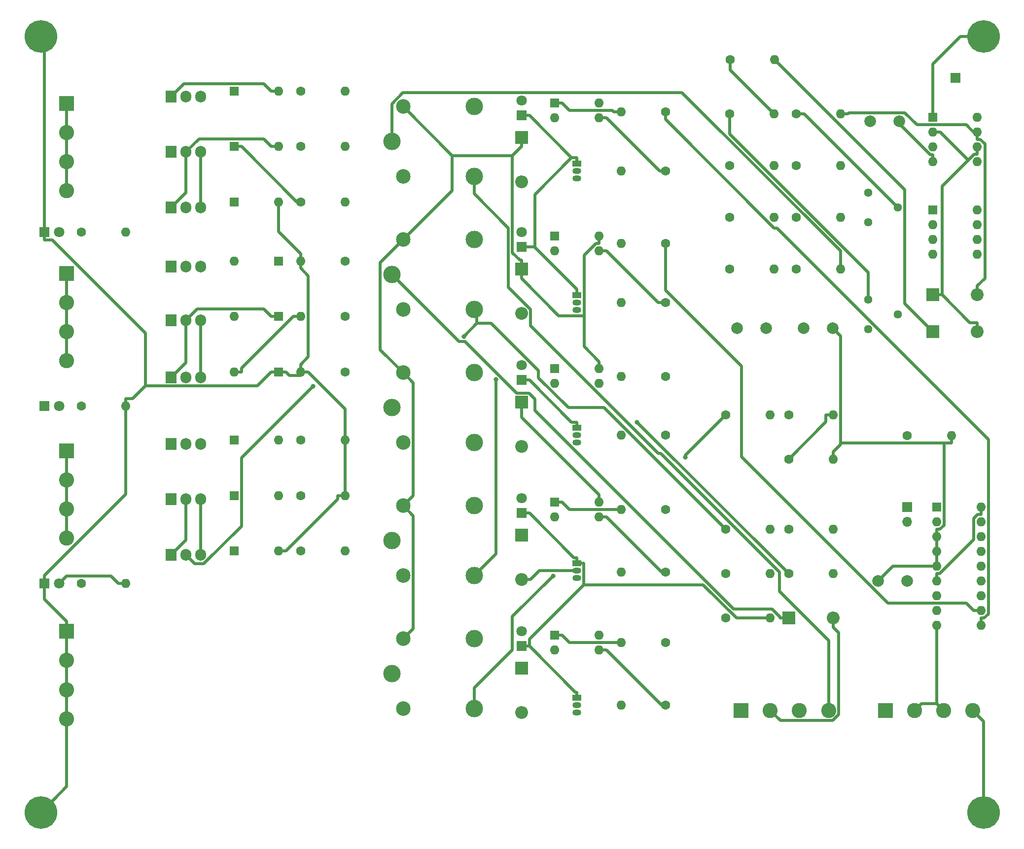
<source format=gbr>
%TF.GenerationSoftware,KiCad,Pcbnew,7.0.6*%
%TF.CreationDate,2024-10-30T10:36:51-05:00*%
%TF.ProjectId,AcCCS,41634343-532e-46b6-9963-61645f706362,rev?*%
%TF.SameCoordinates,Original*%
%TF.FileFunction,Copper,L2,Bot*%
%TF.FilePolarity,Positive*%
%FSLAX46Y46*%
G04 Gerber Fmt 4.6, Leading zero omitted, Abs format (unit mm)*
G04 Created by KiCad (PCBNEW 7.0.6) date 2024-10-30 10:36:51*
%MOMM*%
%LPD*%
G01*
G04 APERTURE LIST*
%TA.AperFunction,ComponentPad*%
%ADD10C,3.000000*%
%TD*%
%TA.AperFunction,ComponentPad*%
%ADD11C,2.500000*%
%TD*%
%TA.AperFunction,ComponentPad*%
%ADD12C,1.600000*%
%TD*%
%TA.AperFunction,ComponentPad*%
%ADD13O,1.600000X1.600000*%
%TD*%
%TA.AperFunction,ComponentPad*%
%ADD14R,1.800000X1.800000*%
%TD*%
%TA.AperFunction,ComponentPad*%
%ADD15C,1.800000*%
%TD*%
%TA.AperFunction,ComponentPad*%
%ADD16C,5.600000*%
%TD*%
%TA.AperFunction,ComponentPad*%
%ADD17C,2.000000*%
%TD*%
%TA.AperFunction,ComponentPad*%
%ADD18R,1.600000X1.600000*%
%TD*%
%TA.AperFunction,ComponentPad*%
%ADD19R,2.600000X2.600000*%
%TD*%
%TA.AperFunction,ComponentPad*%
%ADD20C,2.600000*%
%TD*%
%TA.AperFunction,ComponentPad*%
%ADD21R,1.905000X2.000000*%
%TD*%
%TA.AperFunction,ComponentPad*%
%ADD22O,1.905000X2.000000*%
%TD*%
%TA.AperFunction,ComponentPad*%
%ADD23R,1.700000X1.700000*%
%TD*%
%TA.AperFunction,ComponentPad*%
%ADD24O,1.700000X1.700000*%
%TD*%
%TA.AperFunction,ComponentPad*%
%ADD25R,2.200000X2.200000*%
%TD*%
%TA.AperFunction,ComponentPad*%
%ADD26O,2.200000X2.200000*%
%TD*%
%TA.AperFunction,ComponentPad*%
%ADD27C,1.440000*%
%TD*%
%TA.AperFunction,ComponentPad*%
%ADD28R,1.500000X1.050000*%
%TD*%
%TA.AperFunction,ComponentPad*%
%ADD29O,1.500000X1.050000*%
%TD*%
%TA.AperFunction,ViaPad*%
%ADD30C,0.800000*%
%TD*%
%TA.AperFunction,Conductor*%
%ADD31C,0.500000*%
%TD*%
%TA.AperFunction,Conductor*%
%ADD32C,0.250000*%
%TD*%
G04 APERTURE END LIST*
D10*
%TO.P,K5,1*%
%TO.N,/PEV_PP*%
X121240000Y-128355900D03*
D11*
%TO.P,K5,2*%
%TO.N,Net-(D11-A)*%
X123190000Y-134405900D03*
D10*
%TO.P,K5,3*%
%TO.N,Net-(K5-Pad3)*%
X135390000Y-134405900D03*
%TO.P,K5,4*%
%TO.N,unconnected-(K5-Pad4)*%
X135440000Y-122355900D03*
D11*
%TO.P,K5,5*%
%TO.N,/+5V*%
X123190000Y-122405900D03*
%TD*%
D12*
%TO.P,R30,1*%
%TO.N,/GP3*%
X168275000Y-100180900D03*
D13*
%TO.P,R30,2*%
%TO.N,Net-(R30-Pad2)*%
X160655000Y-100180900D03*
%TD*%
D12*
%TO.P,R9,1*%
%TO.N,Net-(R8-Pad2)*%
X190695000Y-58865900D03*
D13*
%TO.P,R9,2*%
%TO.N,/OPAMP_OUT*%
X198315000Y-58865900D03*
%TD*%
D14*
%TO.P,D15,1,K*%
%TO.N,/GND*%
X143510000Y-100815900D03*
D15*
%TO.P,D15,2,A*%
%TO.N,Net-(D15-A)*%
X143510000Y-98275900D03*
%TD*%
D16*
%TO.P,M2,1*%
%TO.N,/GND*%
X222885000Y-18900900D03*
%TD*%
D17*
%TO.P,C2,1*%
%TO.N,Net-(D1-K)*%
X192005000Y-69025900D03*
%TO.P,C2,2*%
%TO.N,/GND*%
X197005000Y-69025900D03*
%TD*%
D18*
%TO.P,U8,1*%
%TO.N,Net-(R31-Pad2)*%
X149225000Y-121765900D03*
D13*
%TO.P,U8,2*%
%TO.N,Net-(D16-A)*%
X149225000Y-124305900D03*
%TO.P,U8,3*%
%TO.N,Net-(R26-Pad1)*%
X156845000Y-124305900D03*
%TO.P,U8,4*%
%TO.N,/+5V*%
X156845000Y-121765900D03*
%TD*%
D19*
%TO.P,J1,1,Pin_1*%
%TO.N,/GND*%
X65405000Y-121135900D03*
D20*
%TO.P,J1,2,Pin_2*%
X65405000Y-126135900D03*
%TO.P,J1,3,Pin_3*%
X65405000Y-131135900D03*
%TO.P,J1,4,Pin_4*%
X65405000Y-136135900D03*
%TD*%
D17*
%TO.P,C1,1*%
%TO.N,Net-(U1-CTL)*%
X180575000Y-69025900D03*
%TO.P,C1,2*%
%TO.N,/GND*%
X185575000Y-69025900D03*
%TD*%
D18*
%TO.P,D19,1,K*%
%TO.N,Net-(D19-K)*%
X101800000Y-67005900D03*
D13*
%TO.P,D19,2,A*%
%TO.N,Net-(D17-A)*%
X94180000Y-67005900D03*
%TD*%
D14*
%TO.P,D14,1,K*%
%TO.N,/GND*%
X143510000Y-77920900D03*
D15*
%TO.P,D14,2,A*%
%TO.N,Net-(D14-A)*%
X143510000Y-75380900D03*
%TD*%
D12*
%TO.P,R4,1*%
%TO.N,/GND*%
X179265000Y-41085900D03*
D13*
%TO.P,R4,2*%
%TO.N,Net-(R4-Pad2)*%
X186885000Y-41085900D03*
%TD*%
D17*
%TO.P,C3,1*%
%TO.N,/GND*%
X203435000Y-33465900D03*
%TO.P,C3,2*%
%TO.N,/+12V*%
X208435000Y-33465900D03*
%TD*%
D12*
%TO.P,R10,1*%
%TO.N,/+12V*%
X67945000Y-112880900D03*
D13*
%TO.P,R10,2*%
%TO.N,Net-(D4-A)*%
X75565000Y-112880900D03*
%TD*%
D18*
%TO.P,U2,1*%
%TO.N,Net-(R8-Pad2)*%
X214200000Y-48715900D03*
D13*
%TO.P,U2,2,-*%
%TO.N,Net-(U2--)*%
X214200000Y-51255900D03*
%TO.P,U2,3,+*%
%TO.N,Net-(U2-+)*%
X214200000Y-53795900D03*
%TO.P,U2,4,V-*%
%TO.N,/-12V*%
X214200000Y-56335900D03*
%TO.P,U2,5*%
%TO.N,N/C*%
X221820000Y-56335900D03*
%TO.P,U2,6*%
X221820000Y-53795900D03*
%TO.P,U2,7*%
X221820000Y-51255900D03*
%TO.P,U2,8,V+*%
%TO.N,/+12V*%
X221820000Y-48715900D03*
%TD*%
D12*
%TO.P,R24,1*%
%TO.N,Net-(R24-Pad1)*%
X168275000Y-87445900D03*
D13*
%TO.P,R24,2*%
%TO.N,Net-(Q3-B)*%
X160655000Y-87445900D03*
%TD*%
D12*
%TO.P,R3,1*%
%TO.N,Net-(R3-Pad1)*%
X190695000Y-32195900D03*
D13*
%TO.P,R3,2*%
%TO.N,Net-(D1-A)*%
X198315000Y-32195900D03*
%TD*%
D12*
%TO.P,R16,1*%
%TO.N,Net-(K5-Pad3)*%
X178635000Y-83905900D03*
D13*
%TO.P,R16,2*%
%TO.N,/+5V*%
X186255000Y-83905900D03*
%TD*%
D21*
%TO.P,Q8,1,G*%
%TO.N,Net-(D19-K)*%
X83385000Y-77475900D03*
D22*
%TO.P,Q8,2,D*%
%TO.N,/-12V*%
X85925000Y-77475900D03*
%TO.P,Q8,3,S*%
%TO.N,Net-(D17-A)*%
X88465000Y-77475900D03*
%TD*%
D18*
%TO.P,D22,1,K*%
%TO.N,Net-(D20-K)*%
X94180000Y-37795900D03*
D13*
%TO.P,D22,2,A*%
%TO.N,Net-(D22-A)*%
X101800000Y-37795900D03*
%TD*%
D18*
%TO.P,D24,1,K*%
%TO.N,Net-(D24-K)*%
X94180000Y-107320900D03*
D13*
%TO.P,D24,2,A*%
%TO.N,/GND*%
X101800000Y-107320900D03*
%TD*%
D18*
%TO.P,U6,1*%
%TO.N,Net-(R29-Pad2)*%
X149225000Y-76015900D03*
D13*
%TO.P,U6,2*%
%TO.N,Net-(D14-A)*%
X149225000Y-78555900D03*
%TO.P,U6,3*%
%TO.N,Net-(R24-Pad1)*%
X156845000Y-78555900D03*
%TO.P,U6,4*%
%TO.N,/+5V*%
X156845000Y-76015900D03*
%TD*%
D23*
%TO.P,J8,1,Pin_1*%
%TO.N,/I2C_SCL*%
X209750000Y-99780900D03*
D24*
%TO.P,J8,2,Pin_2*%
%TO.N,/I2C_SDA*%
X209750000Y-102320900D03*
%TD*%
D25*
%TO.P,D11,1,K*%
%TO.N,/+5V*%
X143510000Y-127485900D03*
D26*
%TO.P,D11,2,A*%
%TO.N,Net-(D11-A)*%
X143510000Y-135105900D03*
%TD*%
D18*
%TO.P,U5,1*%
%TO.N,Net-(R28-Pad2)*%
X149225000Y-53190900D03*
D13*
%TO.P,U5,2*%
%TO.N,Net-(D13-A)*%
X149225000Y-55730900D03*
%TO.P,U5,3*%
%TO.N,Net-(R23-Pad1)*%
X156845000Y-55730900D03*
%TO.P,U5,4*%
%TO.N,/+5V*%
X156845000Y-53190900D03*
%TD*%
D23*
%TO.P,J6,1,Pin_1*%
%TO.N,/555_OUT*%
X218059000Y-26035000D03*
%TD*%
D12*
%TO.P,R29,1*%
%TO.N,/GP2*%
X168275000Y-77320900D03*
D13*
%TO.P,R29,2*%
%TO.N,Net-(R29-Pad2)*%
X160655000Y-77320900D03*
%TD*%
D14*
%TO.P,D3,1,K*%
%TO.N,/-12V*%
X61595000Y-82400900D03*
D15*
%TO.P,D3,2,A*%
%TO.N,Net-(D3-A)*%
X64135000Y-82400900D03*
%TD*%
D27*
%TO.P,RV1,1,1*%
%TO.N,unconnected-(RV1-Pad1)*%
X203085000Y-69215000D03*
%TO.P,RV1,2,2*%
%TO.N,Net-(D1-A)*%
X208165000Y-66675000D03*
%TO.P,RV1,3,3*%
%TO.N,Net-(R1-Pad1)*%
X203085000Y-64135000D03*
%TD*%
D12*
%TO.P,R19,1*%
%TO.N,Net-(R14-Pad2)*%
X178635000Y-118830900D03*
D13*
%TO.P,R19,2*%
%TO.N,/GND*%
X186255000Y-118830900D03*
%TD*%
D21*
%TO.P,Q14,1,G*%
%TO.N,Net-(D25-A)*%
X83385000Y-107955900D03*
D22*
%TO.P,Q14,2,D*%
%TO.N,/+12V*%
X85925000Y-107955900D03*
%TO.P,Q14,3,S*%
%TO.N,Net-(D23-K)*%
X88465000Y-107955900D03*
%TD*%
D12*
%TO.P,R25,1*%
%TO.N,Net-(R25-Pad1)*%
X168275000Y-110975900D03*
D13*
%TO.P,R25,2*%
%TO.N,Net-(Q4-B)*%
X160655000Y-110975900D03*
%TD*%
D18*
%TO.P,D18,1,K*%
%TO.N,/GND*%
X101800000Y-76530900D03*
D13*
%TO.P,D18,2,A*%
%TO.N,Net-(D18-A)*%
X94180000Y-76530900D03*
%TD*%
D12*
%TO.P,R40,1*%
%TO.N,Net-(D25-A)*%
X105610000Y-97795900D03*
D13*
%TO.P,R40,2*%
%TO.N,/GND*%
X113230000Y-97795900D03*
%TD*%
D14*
%TO.P,D12,1,K*%
%TO.N,/GND*%
X143510000Y-32470900D03*
D15*
%TO.P,D12,2,A*%
%TO.N,Net-(D12-A)*%
X143510000Y-29930900D03*
%TD*%
D18*
%TO.P,U1,1,GND*%
%TO.N,/GND*%
X214190000Y-32830900D03*
D13*
%TO.P,U1,2,TR*%
%TO.N,Net-(D1-K)*%
X214190000Y-35370900D03*
%TO.P,U1,3,OUT*%
%TO.N,/555_OUT*%
X214190000Y-37910900D03*
%TO.P,U1,4,RST*%
%TO.N,/+12V*%
X214190000Y-40450900D03*
%TO.P,U1,5,CTL*%
%TO.N,Net-(U1-CTL)*%
X221810000Y-40450900D03*
%TO.P,U1,6,TH*%
%TO.N,Net-(D1-K)*%
X221810000Y-37910900D03*
%TO.P,U1,7,DIS*%
%TO.N,Net-(D1-A)*%
X221810000Y-35370900D03*
%TO.P,U1,8,VCC*%
%TO.N,/+12V*%
X221810000Y-32830900D03*
%TD*%
D10*
%TO.P,K1,1*%
%TO.N,/OPAMP_OUT*%
X121240000Y-36915900D03*
D11*
%TO.P,K1,2*%
%TO.N,Net-(D7-A)*%
X123190000Y-42965900D03*
D10*
%TO.P,K1,3*%
%TO.N,/EVSE_CP*%
X135390000Y-42965900D03*
%TO.P,K1,4*%
%TO.N,unconnected-(K1-Pad4)*%
X135440000Y-30915900D03*
D11*
%TO.P,K1,5*%
%TO.N,/+5V*%
X123190000Y-30965900D03*
%TD*%
D18*
%TO.P,D25,1,K*%
%TO.N,Net-(D23-K)*%
X94180000Y-97795900D03*
D13*
%TO.P,D25,2,A*%
%TO.N,Net-(D25-A)*%
X101800000Y-97795900D03*
%TD*%
D12*
%TO.P,R17,1*%
%TO.N,Net-(K4-Pad3)*%
X209750000Y-87480900D03*
D13*
%TO.P,R17,2*%
%TO.N,/GND*%
X217370000Y-87480900D03*
%TD*%
D12*
%TO.P,R27,1*%
%TO.N,/GP0*%
X168275000Y-31835900D03*
D13*
%TO.P,R27,2*%
%TO.N,Net-(R27-Pad2)*%
X160655000Y-31835900D03*
%TD*%
D12*
%TO.P,R22,1*%
%TO.N,Net-(R22-Pad1)*%
X168275000Y-41995900D03*
D13*
%TO.P,R22,2*%
%TO.N,Net-(Q1-B)*%
X160655000Y-41995900D03*
%TD*%
D12*
%TO.P,R36,1*%
%TO.N,Net-(D20-K)*%
X105610000Y-47320900D03*
D13*
%TO.P,R36,2*%
%TO.N,Net-(D21-K)*%
X113230000Y-47320900D03*
%TD*%
D16*
%TO.P,M3,1*%
%TO.N,/GND*%
X60960000Y-152250900D03*
%TD*%
D12*
%TO.P,R7,1*%
%TO.N,/-12V*%
X190695000Y-49975900D03*
D13*
%TO.P,R7,2*%
%TO.N,Net-(U2-+)*%
X198315000Y-49975900D03*
%TD*%
D12*
%TO.P,R18,1*%
%TO.N,Net-(R13-Pad2)*%
X189430000Y-103590900D03*
D13*
%TO.P,R18,2*%
%TO.N,Net-(R18-Pad2)*%
X197050000Y-103590900D03*
%TD*%
D25*
%TO.P,D8,1,K*%
%TO.N,/+5V*%
X143510000Y-58905900D03*
D26*
%TO.P,D8,2,A*%
%TO.N,Net-(D8-A)*%
X143510000Y-66525900D03*
%TD*%
D12*
%TO.P,R38,1*%
%TO.N,Net-(D23-A)*%
X105610000Y-88270900D03*
D13*
%TO.P,R38,2*%
%TO.N,/GND*%
X113230000Y-88270900D03*
%TD*%
D25*
%TO.P,D10,1,K*%
%TO.N,/+5V*%
X143510000Y-104625900D03*
D26*
%TO.P,D10,2,A*%
%TO.N,Net-(D10-A)*%
X143510000Y-112245900D03*
%TD*%
D12*
%TO.P,R1,1*%
%TO.N,Net-(R1-Pad1)*%
X179265000Y-32195900D03*
D13*
%TO.P,R1,2*%
%TO.N,Net-(R1-Pad2)*%
X186885000Y-32195900D03*
%TD*%
D12*
%TO.P,R21,1*%
%TO.N,Net-(R18-Pad2)*%
X178635000Y-111210900D03*
D13*
%TO.P,R21,2*%
%TO.N,/GND*%
X186255000Y-111210900D03*
%TD*%
D28*
%TO.P,Q4,1,E*%
%TO.N,/GND*%
X153035000Y-109430900D03*
D29*
%TO.P,Q4,2,C*%
%TO.N,Net-(D10-A)*%
X153035000Y-110700900D03*
%TO.P,Q4,3,B*%
%TO.N,Net-(Q4-B)*%
X153035000Y-111970900D03*
%TD*%
D16*
%TO.P,M1,1*%
%TO.N,/GND*%
X60960000Y-18900900D03*
%TD*%
D27*
%TO.P,RV2,1,1*%
%TO.N,/+12V*%
X203085000Y-50800000D03*
%TO.P,RV2,2,2*%
%TO.N,Net-(R3-Pad1)*%
X208165000Y-48260000D03*
%TO.P,RV2,3,3*%
%TO.N,unconnected-(RV2-Pad3)*%
X203085000Y-45720000D03*
%TD*%
D25*
%TO.P,D2,1,K*%
%TO.N,Net-(D2-K)*%
X214190000Y-69660900D03*
D26*
%TO.P,D2,2,A*%
%TO.N,Net-(D1-K)*%
X221810000Y-69660900D03*
%TD*%
D14*
%TO.P,D5,1,K*%
%TO.N,/GND*%
X61595000Y-52555900D03*
D15*
%TO.P,D5,2,A*%
%TO.N,Net-(D5-A)*%
X64135000Y-52555900D03*
%TD*%
D25*
%TO.P,D9,1,K*%
%TO.N,/+5V*%
X143510000Y-81730900D03*
D26*
%TO.P,D9,2,A*%
%TO.N,Net-(D9-A)*%
X143510000Y-89350900D03*
%TD*%
D21*
%TO.P,Q11,1,G*%
%TO.N,Net-(D22-A)*%
X83385000Y-48265900D03*
D22*
%TO.P,Q11,2,D*%
%TO.N,/+5V*%
X85925000Y-48265900D03*
%TO.P,Q11,3,S*%
%TO.N,Net-(D20-K)*%
X88465000Y-48265900D03*
%TD*%
D12*
%TO.P,R26,1*%
%TO.N,Net-(R26-Pad1)*%
X168275000Y-133835900D03*
D13*
%TO.P,R26,2*%
%TO.N,Net-(Q5-B)*%
X160655000Y-133835900D03*
%TD*%
D19*
%TO.P,J7,1,Pin_1*%
%TO.N,/PEV_PP*%
X181255000Y-134705900D03*
D20*
%TO.P,J7,2,Pin_2*%
%TO.N,/PEV_CP*%
X186255000Y-134705900D03*
%TO.P,J7,3,Pin_3*%
%TO.N,/EVSE_PP*%
X191255000Y-134705900D03*
%TO.P,J7,4,Pin_4*%
%TO.N,/EVSE_CP*%
X196255000Y-134705900D03*
%TD*%
D18*
%TO.P,U7,1*%
%TO.N,Net-(R30-Pad2)*%
X149225000Y-98910900D03*
D13*
%TO.P,U7,2*%
%TO.N,Net-(D15-A)*%
X149225000Y-101450900D03*
%TO.P,U7,3*%
%TO.N,Net-(R25-Pad1)*%
X156845000Y-101450900D03*
%TO.P,U7,4*%
%TO.N,/+5V*%
X156845000Y-98910900D03*
%TD*%
D12*
%TO.P,R33,1*%
%TO.N,Net-(D17-A)*%
X113230000Y-67005900D03*
D13*
%TO.P,R33,2*%
%TO.N,Net-(D18-A)*%
X105610000Y-67005900D03*
%TD*%
D12*
%TO.P,R2,1*%
%TO.N,Net-(R1-Pad2)*%
X179349400Y-22860000D03*
D13*
%TO.P,R2,2*%
%TO.N,Net-(D2-K)*%
X186969400Y-22860000D03*
%TD*%
D19*
%TO.P,J4,1,Pin_1*%
%TO.N,/+5V_IN*%
X65405000Y-30410900D03*
D20*
%TO.P,J4,2,Pin_2*%
X65405000Y-35410900D03*
%TO.P,J4,3,Pin_3*%
X65405000Y-40410900D03*
%TO.P,J4,4,Pin_4*%
X65405000Y-45410900D03*
%TD*%
D14*
%TO.P,D16,1,K*%
%TO.N,/GND*%
X143510000Y-123675900D03*
D15*
%TO.P,D16,2,A*%
%TO.N,Net-(D16-A)*%
X143510000Y-121135900D03*
%TD*%
D14*
%TO.P,D4,1,K*%
%TO.N,/GND*%
X61595000Y-112880900D03*
D15*
%TO.P,D4,2,A*%
%TO.N,Net-(D4-A)*%
X64135000Y-112880900D03*
%TD*%
D12*
%TO.P,R39,1*%
%TO.N,Net-(D23-K)*%
X105610000Y-107320900D03*
D13*
%TO.P,R39,2*%
%TO.N,Net-(D24-K)*%
X113230000Y-107320900D03*
%TD*%
D12*
%TO.P,R31,1*%
%TO.N,/GP4*%
X168275000Y-123040900D03*
D13*
%TO.P,R31,2*%
%TO.N,Net-(R31-Pad2)*%
X160655000Y-123040900D03*
%TD*%
D25*
%TO.P,D6,1,K*%
%TO.N,Net-(D6-K)*%
X189430000Y-118830900D03*
D26*
%TO.P,D6,2,A*%
%TO.N,/PEV_CP*%
X197050000Y-118830900D03*
%TD*%
D21*
%TO.P,Q13,1,G*%
%TO.N,Net-(D24-K)*%
X83385000Y-98430900D03*
D22*
%TO.P,Q13,2,D*%
%TO.N,Net-(D25-A)*%
X85925000Y-98430900D03*
%TO.P,Q13,3,S*%
%TO.N,Net-(D23-K)*%
X88465000Y-98430900D03*
%TD*%
D17*
%TO.P,C4,1*%
%TO.N,/GND*%
X204750000Y-112480900D03*
%TO.P,C4,2*%
%TO.N,/+5V*%
X209750000Y-112480900D03*
%TD*%
D12*
%TO.P,R34,1*%
%TO.N,Net-(D19-K)*%
X113230000Y-76530900D03*
D13*
%TO.P,R34,2*%
%TO.N,/GND*%
X105610000Y-76530900D03*
%TD*%
D28*
%TO.P,Q1,1,E*%
%TO.N,/GND*%
X153035000Y-40725900D03*
D29*
%TO.P,Q1,2,C*%
%TO.N,Net-(D7-A)*%
X153035000Y-41995900D03*
%TO.P,Q1,3,B*%
%TO.N,Net-(Q1-B)*%
X153035000Y-43265900D03*
%TD*%
D28*
%TO.P,Q3,1,E*%
%TO.N,/GND*%
X153035000Y-86175900D03*
D29*
%TO.P,Q3,2,C*%
%TO.N,Net-(D9-A)*%
X153035000Y-87445900D03*
%TO.P,Q3,3,B*%
%TO.N,Net-(Q3-B)*%
X153035000Y-88715900D03*
%TD*%
D18*
%TO.P,D23,1,K*%
%TO.N,Net-(D23-K)*%
X94180000Y-88270900D03*
D13*
%TO.P,D23,2,A*%
%TO.N,Net-(D23-A)*%
X101800000Y-88270900D03*
%TD*%
D12*
%TO.P,R35,1*%
%TO.N,Net-(D20-A)*%
X105610000Y-28270900D03*
D13*
%TO.P,R35,2*%
%TO.N,/GND*%
X113230000Y-28270900D03*
%TD*%
D28*
%TO.P,Q2,1,E*%
%TO.N,/GND*%
X153035000Y-63350900D03*
D29*
%TO.P,Q2,2,C*%
%TO.N,Net-(D8-A)*%
X153035000Y-64620900D03*
%TO.P,Q2,3,B*%
%TO.N,Net-(Q2-B)*%
X153035000Y-65890900D03*
%TD*%
D12*
%TO.P,R23,1*%
%TO.N,Net-(R23-Pad1)*%
X168275000Y-64620900D03*
D13*
%TO.P,R23,2*%
%TO.N,Net-(Q2-B)*%
X160655000Y-64620900D03*
%TD*%
D18*
%TO.P,U3,1,SCL*%
%TO.N,/I2C_SCL*%
X214830000Y-99780900D03*
D13*
%TO.P,U3,2,SDA*%
%TO.N,/I2C_SDA*%
X214830000Y-102320900D03*
%TO.P,U3,3,A2*%
%TO.N,/GND*%
X214830000Y-104860900D03*
%TO.P,U3,4,A1*%
X214830000Y-107400900D03*
%TO.P,U3,5,A0*%
X214830000Y-109940900D03*
%TO.P,U3,6,~{RESET}*%
%TO.N,/+5V*%
X214830000Y-112480900D03*
%TO.P,U3,7,NC*%
%TO.N,unconnected-(U3-NC-Pad7)*%
X214830000Y-115020900D03*
%TO.P,U3,8,INT*%
%TO.N,unconnected-(U3-INT-Pad8)*%
X214830000Y-117560900D03*
%TO.P,U3,9,VSS*%
%TO.N,/GND*%
X214830000Y-120100900D03*
%TO.P,U3,10,GP0*%
%TO.N,/GP0*%
X222450000Y-120100900D03*
%TO.P,U3,11,GP1*%
%TO.N,/GP1*%
X222450000Y-117560900D03*
%TO.P,U3,12,GP2*%
%TO.N,/GP2*%
X222450000Y-115020900D03*
%TO.P,U3,13,GP3*%
%TO.N,/GP3*%
X222450000Y-112480900D03*
%TO.P,U3,14,GP4*%
%TO.N,/GP4*%
X222450000Y-109940900D03*
%TO.P,U3,15,GP5*%
%TO.N,unconnected-(U3-GP5-Pad15)*%
X222450000Y-107400900D03*
%TO.P,U3,16,GP6*%
%TO.N,unconnected-(U3-GP6-Pad16)*%
X222450000Y-104860900D03*
%TO.P,U3,17,GP7*%
%TO.N,unconnected-(U3-GP7-Pad17)*%
X222450000Y-102320900D03*
%TO.P,U3,18,VDD*%
%TO.N,/+5V*%
X222450000Y-99780900D03*
%TD*%
D12*
%TO.P,R37,1*%
%TO.N,Net-(D22-A)*%
X105610000Y-37795900D03*
D13*
%TO.P,R37,2*%
%TO.N,/GND*%
X113230000Y-37795900D03*
%TD*%
D12*
%TO.P,R32,1*%
%TO.N,Net-(D17-K)*%
X113230000Y-57480900D03*
D13*
%TO.P,R32,2*%
%TO.N,/GND*%
X105610000Y-57480900D03*
%TD*%
D16*
%TO.P,M4,1*%
%TO.N,/GND*%
X222885000Y-152250900D03*
%TD*%
D12*
%TO.P,R15,1*%
%TO.N,Net-(K5-Pad3)*%
X189430000Y-83905900D03*
D13*
%TO.P,R15,2*%
%TO.N,Net-(R15-Pad2)*%
X197050000Y-83905900D03*
%TD*%
D10*
%TO.P,K4,1*%
%TO.N,/EVSE_PP*%
X121240000Y-105495900D03*
D11*
%TO.P,K4,2*%
%TO.N,Net-(D10-A)*%
X123190000Y-111545900D03*
D10*
%TO.P,K4,3*%
%TO.N,Net-(K4-Pad3)*%
X135390000Y-111545900D03*
%TO.P,K4,4*%
%TO.N,unconnected-(K4-Pad4)*%
X135440000Y-99495900D03*
D11*
%TO.P,K4,5*%
%TO.N,/+5V*%
X123190000Y-99545900D03*
%TD*%
D25*
%TO.P,D1,1,K*%
%TO.N,Net-(D1-K)*%
X214190000Y-63310900D03*
D26*
%TO.P,D1,2,A*%
%TO.N,Net-(D1-A)*%
X221810000Y-63310900D03*
%TD*%
D18*
%TO.P,U4,1*%
%TO.N,Net-(R27-Pad2)*%
X149225000Y-30330900D03*
D13*
%TO.P,U4,2*%
%TO.N,Net-(D12-A)*%
X149225000Y-32870900D03*
%TO.P,U4,3*%
%TO.N,Net-(R22-Pad1)*%
X156845000Y-32870900D03*
%TO.P,U4,4*%
%TO.N,/+5V*%
X156845000Y-30330900D03*
%TD*%
D19*
%TO.P,J3,1,Pin_1*%
%TO.N,/-12V_IN*%
X65405000Y-59620900D03*
D20*
%TO.P,J3,2,Pin_2*%
X65405000Y-64620900D03*
%TO.P,J3,3,Pin_3*%
X65405000Y-69620900D03*
%TO.P,J3,4,Pin_4*%
X65405000Y-74620900D03*
%TD*%
D19*
%TO.P,J2,1,Pin_1*%
%TO.N,/+12V_IN*%
X65405000Y-90100900D03*
D20*
%TO.P,J2,2,Pin_2*%
X65405000Y-95100900D03*
%TO.P,J2,3,Pin_3*%
X65405000Y-100100900D03*
%TO.P,J2,4,Pin_4*%
X65405000Y-105100900D03*
%TD*%
D12*
%TO.P,R6,1*%
%TO.N,/555_OUT*%
X179265000Y-49975900D03*
D13*
%TO.P,R6,2*%
%TO.N,Net-(U2-+)*%
X186885000Y-49975900D03*
%TD*%
D12*
%TO.P,R13,1*%
%TO.N,Net-(K2-Pad3)*%
X178635000Y-103590900D03*
D13*
%TO.P,R13,2*%
%TO.N,Net-(R13-Pad2)*%
X186255000Y-103590900D03*
%TD*%
D12*
%TO.P,R14,1*%
%TO.N,Net-(K3-Pad3)*%
X189430000Y-111210900D03*
D13*
%TO.P,R14,2*%
%TO.N,Net-(R14-Pad2)*%
X197050000Y-111210900D03*
%TD*%
D28*
%TO.P,Q5,1,E*%
%TO.N,/GND*%
X153035000Y-132565900D03*
D29*
%TO.P,Q5,2,C*%
%TO.N,Net-(D11-A)*%
X153035000Y-133835900D03*
%TO.P,Q5,3,B*%
%TO.N,Net-(Q5-B)*%
X153035000Y-135105900D03*
%TD*%
D10*
%TO.P,K2,1*%
%TO.N,Net-(D6-K)*%
X121240000Y-59775900D03*
D11*
%TO.P,K2,2*%
%TO.N,Net-(D8-A)*%
X123190000Y-65825900D03*
D10*
%TO.P,K2,3*%
%TO.N,Net-(K2-Pad3)*%
X135390000Y-65825900D03*
%TO.P,K2,4*%
%TO.N,unconnected-(K2-Pad4)*%
X135440000Y-53775900D03*
D11*
%TO.P,K2,5*%
%TO.N,/+5V*%
X123190000Y-53825900D03*
%TD*%
D12*
%TO.P,R8,1*%
%TO.N,Net-(U2--)*%
X179265000Y-58865900D03*
D13*
%TO.P,R8,2*%
%TO.N,Net-(R8-Pad2)*%
X186885000Y-58865900D03*
%TD*%
D12*
%TO.P,R12,1*%
%TO.N,Net-(D3-A)*%
X67945000Y-82400900D03*
D13*
%TO.P,R12,2*%
%TO.N,/GND*%
X75565000Y-82400900D03*
%TD*%
D21*
%TO.P,Q7,1,G*%
%TO.N,Net-(D18-A)*%
X83385000Y-67640900D03*
D22*
%TO.P,Q7,2,D*%
%TO.N,Net-(D19-K)*%
X85925000Y-67640900D03*
%TO.P,Q7,3,S*%
%TO.N,Net-(D17-A)*%
X88465000Y-67640900D03*
%TD*%
D12*
%TO.P,R5,1*%
%TO.N,Net-(R4-Pad2)*%
X190695000Y-41085900D03*
D13*
%TO.P,R5,2*%
%TO.N,Net-(U2--)*%
X198315000Y-41085900D03*
%TD*%
D25*
%TO.P,D7,1,K*%
%TO.N,/+5V*%
X143510000Y-36280900D03*
D26*
%TO.P,D7,2,A*%
%TO.N,Net-(D7-A)*%
X143510000Y-43900900D03*
%TD*%
D12*
%TO.P,R20,1*%
%TO.N,Net-(R15-Pad2)*%
X189430000Y-91525900D03*
D13*
%TO.P,R20,2*%
%TO.N,/GND*%
X197050000Y-91525900D03*
%TD*%
D21*
%TO.P,Q10,1,G*%
%TO.N,Net-(D21-K)*%
X83385000Y-38740900D03*
D22*
%TO.P,Q10,2,D*%
%TO.N,Net-(D22-A)*%
X85925000Y-38740900D03*
%TO.P,Q10,3,S*%
%TO.N,Net-(D20-K)*%
X88465000Y-38740900D03*
%TD*%
D14*
%TO.P,D13,1,K*%
%TO.N,/GND*%
X143510000Y-55095900D03*
D15*
%TO.P,D13,2,A*%
%TO.N,Net-(D13-A)*%
X143510000Y-52555900D03*
%TD*%
D18*
%TO.P,D17,1,K*%
%TO.N,Net-(D17-K)*%
X101800000Y-57480900D03*
D13*
%TO.P,D17,2,A*%
%TO.N,Net-(D17-A)*%
X94180000Y-57480900D03*
%TD*%
D12*
%TO.P,R28,1*%
%TO.N,/GP1*%
X168275000Y-54460900D03*
D13*
%TO.P,R28,2*%
%TO.N,Net-(R28-Pad2)*%
X160655000Y-54460900D03*
%TD*%
D12*
%TO.P,R11,1*%
%TO.N,/+5V*%
X67945000Y-52555900D03*
D13*
%TO.P,R11,2*%
%TO.N,Net-(D5-A)*%
X75565000Y-52555900D03*
%TD*%
D21*
%TO.P,Q9,1,G*%
%TO.N,Net-(D20-A)*%
X83385000Y-29215900D03*
D22*
%TO.P,Q9,2,D*%
%TO.N,/+5V_IN*%
X85925000Y-29215900D03*
%TO.P,Q9,3,S*%
%TO.N,Net-(D20-K)*%
X88465000Y-29215900D03*
%TD*%
D21*
%TO.P,Q12,1,G*%
%TO.N,Net-(D23-A)*%
X83385000Y-88905900D03*
D22*
%TO.P,Q12,2,D*%
%TO.N,/+12V_IN*%
X85925000Y-88905900D03*
%TO.P,Q12,3,S*%
%TO.N,Net-(D23-K)*%
X88465000Y-88905900D03*
%TD*%
D21*
%TO.P,Q6,1,G*%
%TO.N,Net-(D17-K)*%
X83385000Y-58425900D03*
D22*
%TO.P,Q6,2,D*%
%TO.N,/-12V_IN*%
X85925000Y-58425900D03*
%TO.P,Q6,3,S*%
%TO.N,Net-(D17-A)*%
X88465000Y-58425900D03*
%TD*%
D19*
%TO.P,J5,1,Pin_1*%
%TO.N,/GND*%
X206020000Y-134705900D03*
D20*
%TO.P,J5,2,Pin_2*%
X211020000Y-134705900D03*
%TO.P,J5,3,Pin_3*%
X216020000Y-134705900D03*
%TO.P,J5,4,Pin_4*%
X221020000Y-134705900D03*
%TD*%
D10*
%TO.P,K3,1*%
%TO.N,Net-(K2-Pad3)*%
X121240000Y-82635900D03*
D11*
%TO.P,K3,2*%
%TO.N,Net-(D9-A)*%
X123190000Y-88685900D03*
D10*
%TO.P,K3,3*%
%TO.N,Net-(K3-Pad3)*%
X135390000Y-88685900D03*
%TO.P,K3,4*%
%TO.N,unconnected-(K3-Pad4)*%
X135440000Y-76635900D03*
D11*
%TO.P,K3,5*%
%TO.N,/+5V*%
X123190000Y-76685900D03*
%TD*%
D18*
%TO.P,D20,1,K*%
%TO.N,Net-(D20-K)*%
X94180000Y-28270900D03*
D13*
%TO.P,D20,2,A*%
%TO.N,Net-(D20-A)*%
X101800000Y-28270900D03*
%TD*%
D18*
%TO.P,D21,1,K*%
%TO.N,Net-(D21-K)*%
X94180000Y-47320900D03*
D13*
%TO.P,D21,2,A*%
%TO.N,/GND*%
X101800000Y-47320900D03*
%TD*%
D30*
%TO.N,/+12V*%
X107734000Y-79033900D03*
%TO.N,Net-(K2-Pad3)*%
X133620000Y-70470400D03*
%TO.N,Net-(K3-Pad3)*%
X163398000Y-85179400D03*
%TO.N,Net-(K4-Pad3)*%
X139110000Y-77850500D03*
%TO.N,Net-(K5-Pad3)*%
X171640000Y-91213100D03*
X148937000Y-111609000D03*
%TD*%
D31*
%TO.N,/GND*%
X101800000Y-76530900D02*
X103052000Y-76530900D01*
X78948700Y-78929900D02*
X78948700Y-69909600D01*
X75565000Y-82400900D02*
X75565000Y-81149000D01*
X214830000Y-104860900D02*
X214830000Y-103609000D01*
X65405000Y-136135900D02*
X65405000Y-131135900D01*
X145824000Y-55095900D02*
X145824000Y-55162500D01*
X105610000Y-57480900D02*
X105610000Y-56229000D01*
X143510100Y-100816000D02*
X144862000Y-100816000D01*
X103052000Y-76530900D02*
X103678000Y-77156800D01*
X215378000Y-103609000D02*
X216125000Y-102862000D01*
X214830000Y-120101000D02*
X214830000Y-133516000D01*
X153035000Y-132565900D02*
X153035000Y-131589000D01*
X144862000Y-100816000D02*
X152500000Y-108454000D01*
X113230000Y-97795900D02*
X111978000Y-97795900D01*
X221020000Y-134706000D02*
X222885000Y-136571000D01*
X61595000Y-53907800D02*
X61595000Y-52555900D01*
X153035000Y-62374000D02*
X153035000Y-63350900D01*
X214830000Y-133516000D02*
X212210000Y-133516000D01*
X217370000Y-88732800D02*
X216134000Y-88732800D01*
X214830000Y-109940900D02*
X214830000Y-107400900D01*
X154237000Y-109431000D02*
X154237000Y-113110000D01*
X63182500Y-150028500D02*
X65405000Y-147806000D01*
X144862000Y-77920900D02*
X143510000Y-77920900D01*
X152140000Y-85199000D02*
X144862000Y-77920900D01*
X106920000Y-60042600D02*
X106920000Y-73969200D01*
X198339000Y-88984900D02*
X197050000Y-90274000D01*
X198339000Y-88742100D02*
X198339000Y-88984900D01*
X65405000Y-126135900D02*
X65405000Y-121135900D01*
X153035000Y-40725900D02*
X153035000Y-39749000D01*
X214830000Y-103609000D02*
X215378000Y-103609000D01*
X143510000Y-32470900D02*
X144862000Y-32470900D01*
X98149100Y-78929900D02*
X78948700Y-78929900D01*
X214190000Y-32830900D02*
X214190000Y-23636103D01*
X180455000Y-118831000D02*
X186255000Y-118831000D01*
X78948700Y-69909600D02*
X62946900Y-53907800D01*
X216134000Y-88732800D02*
X216125000Y-88742100D01*
X152775000Y-131589000D02*
X144862000Y-123676000D01*
X197050000Y-90274000D02*
X197050000Y-91525900D01*
X197005000Y-69025900D02*
X198339000Y-70360000D01*
X106862000Y-76530900D02*
X113230000Y-82899000D01*
X61595000Y-115574000D02*
X61595000Y-112880900D01*
X198339000Y-70360000D02*
X198339000Y-88742100D01*
X105610000Y-77156800D02*
X105610000Y-76530900D01*
X106920000Y-73969200D02*
X105610000Y-75279000D01*
X145824000Y-55095900D02*
X145824000Y-46065500D01*
X153035000Y-108454000D02*
X153035000Y-109430900D01*
X207290000Y-109941000D02*
X214830000Y-109941000D01*
D32*
X63182500Y-150028500D02*
X63182400Y-150028500D01*
D31*
X212210000Y-133516000D02*
X211615000Y-134111000D01*
X76729600Y-81149000D02*
X78948700Y-78929900D01*
X218925203Y-18900900D02*
X222885000Y-18900900D01*
X62946900Y-53907800D02*
X61595000Y-53907800D01*
X143510000Y-55095900D02*
X145824000Y-55095900D01*
X105610000Y-75279000D02*
X105610000Y-76530900D01*
X214830000Y-133516000D02*
X216020000Y-134705900D01*
X105610000Y-76530900D02*
X106862000Y-76530900D01*
X75565000Y-97559000D02*
X75565000Y-82400900D01*
X101800000Y-52419000D02*
X101800000Y-47320900D01*
X61595000Y-112880900D02*
X61595000Y-111529000D01*
X204750100Y-112480900D02*
X207290000Y-109941000D01*
X65405000Y-119384000D02*
X61595000Y-115574000D01*
X154237000Y-113110000D02*
X174735000Y-113110000D01*
X154237000Y-113110000D02*
X144862000Y-122486000D01*
D32*
X63182400Y-150028500D02*
X60960000Y-152250900D01*
D31*
X153035000Y-85199000D02*
X152140000Y-85199000D01*
X216125000Y-102862000D02*
X216125000Y-88742100D01*
X65405000Y-147806000D02*
X65405000Y-136135900D01*
X65405000Y-131135900D02*
X65405000Y-126135900D01*
X105610000Y-57480900D02*
X105610000Y-58732800D01*
X113230000Y-97795900D02*
X113230000Y-88270900D01*
X145824000Y-46065500D02*
X152140000Y-39749000D01*
X153035000Y-39749000D02*
X152140000Y-39749000D01*
X103052000Y-107321000D02*
X101800100Y-107321000D01*
X100548000Y-76530900D02*
X98149100Y-78929900D01*
X111978000Y-98394700D02*
X103052000Y-107321000D01*
X144862000Y-122486000D02*
X144862000Y-123676000D01*
X61595000Y-111529000D02*
X75565000Y-97559000D01*
X113230000Y-82899000D02*
X113230000Y-88270900D01*
X101800000Y-76530900D02*
X100548000Y-76530900D01*
X105610000Y-56229000D02*
X101800000Y-52419000D01*
X65405000Y-121135900D02*
X65405000Y-119384000D01*
X153035000Y-131589000D02*
X152775000Y-131589000D01*
X217370000Y-87480900D02*
X217370000Y-88732800D01*
X75565000Y-81149000D02*
X76729600Y-81149000D01*
X143510100Y-123676000D02*
X144862000Y-123676000D01*
X145824000Y-55162500D02*
X153035000Y-62374000D01*
X174735000Y-113110000D02*
X180455000Y-118831000D01*
X153035000Y-109431000D02*
X154237000Y-109431000D01*
X111978000Y-97795900D02*
X111978000Y-98394700D01*
X61595000Y-19535900D02*
X61595000Y-52555900D01*
X144862000Y-32470900D02*
X152140000Y-39749000D01*
X214190000Y-23636103D02*
X218925203Y-18900900D01*
X214830000Y-107400900D02*
X214830000Y-104860900D01*
X198339000Y-88742100D02*
X216125000Y-88742100D01*
X103678000Y-77156800D02*
X105610000Y-77156800D01*
X105610000Y-58732800D02*
X106920000Y-60042600D01*
X152500000Y-108454000D02*
X153035000Y-108454000D01*
X60960000Y-152251000D02*
X63182500Y-150028500D01*
X153035000Y-86175900D02*
X153035000Y-85199000D01*
X222885000Y-136571000D02*
X222885000Y-152250900D01*
%TO.N,Net-(D1-K)*%
X221810000Y-39162800D02*
X221262000Y-39162800D01*
X221810000Y-68109000D02*
X220540000Y-68109000D01*
X215742000Y-44683200D02*
X215742000Y-63310900D01*
X220248000Y-40177000D02*
X215742000Y-44683200D01*
X221810000Y-37910900D02*
X221810000Y-39162800D01*
X221262000Y-39162800D02*
X220248000Y-40177000D01*
X214190000Y-63310900D02*
X215742000Y-63310900D01*
X220248000Y-40177000D02*
X215442000Y-35370900D01*
X215442000Y-35370900D02*
X214190000Y-35370900D01*
X220540000Y-68109000D02*
X215742000Y-63310900D01*
X221810000Y-69660900D02*
X221810000Y-68109000D01*
%TO.N,/+12V*%
X95431900Y-103030000D02*
X95431900Y-91335800D01*
X88979200Y-109482000D02*
X95431900Y-103030000D01*
X214190000Y-39199000D02*
X213707000Y-39199000D01*
X213707000Y-39199000D02*
X208435000Y-33927200D01*
X87451600Y-109482000D02*
X88979200Y-109482000D01*
X214190000Y-40450900D02*
X214190000Y-39199000D01*
X85925000Y-107956000D02*
X87451600Y-109482000D01*
X95431900Y-91335800D02*
X107734000Y-79033900D01*
%TO.N,/+5V*%
X124895000Y-97841300D02*
X124895000Y-78390500D01*
X215349000Y-111229000D02*
X214830000Y-111229000D01*
X154277000Y-56463100D02*
X154277000Y-66885000D01*
X124902000Y-120694000D02*
X123190100Y-122405900D01*
X141958000Y-39384700D02*
X131609000Y-39384700D01*
X156845000Y-74764000D02*
X156845000Y-76015900D01*
X143510000Y-58905900D02*
X143510000Y-57354000D01*
X221902000Y-101033000D02*
X221198000Y-101737000D01*
X154277000Y-66885000D02*
X149937000Y-66885000D01*
X143510000Y-60457800D02*
X143510000Y-58905900D01*
X123190000Y-99545900D02*
X124895000Y-97841300D01*
X124895000Y-78390500D02*
X123190000Y-76685900D01*
X221198000Y-101737000D02*
X221198000Y-105380000D01*
X141960000Y-56045200D02*
X141960000Y-51534700D01*
X156845000Y-98910900D02*
X156845000Y-97659000D01*
X141958000Y-51533200D02*
X141958000Y-39384700D01*
X156845000Y-97659000D02*
X143510000Y-84324000D01*
X123190000Y-99545900D02*
X124902000Y-101258000D01*
X119282000Y-72778100D02*
X123190000Y-76685900D01*
X143268000Y-57354000D02*
X141960000Y-56045200D01*
X123190000Y-53825900D02*
X119282000Y-57733700D01*
X143510000Y-37832800D02*
X141958000Y-39384700D01*
X131609000Y-39384700D02*
X123190000Y-30965900D01*
X221198000Y-105380000D02*
X215349000Y-111229000D01*
X149937000Y-66885000D02*
X143510000Y-60457800D01*
X156845000Y-53190900D02*
X156845000Y-54442800D01*
X143510000Y-36280900D02*
X143510000Y-37832800D01*
X131609000Y-45407100D02*
X123190000Y-53825900D01*
X124902000Y-101258000D02*
X124902000Y-120694000D01*
X222450000Y-101033000D02*
X221902000Y-101033000D01*
X143510000Y-84324000D02*
X143510000Y-81730900D01*
X154277000Y-72196000D02*
X156845000Y-74764000D01*
X119282000Y-57733700D02*
X119282000Y-72778100D01*
X156297000Y-54442800D02*
X154277000Y-56463100D01*
X131609000Y-39384700D02*
X131609000Y-45407100D01*
X141960000Y-51534700D02*
X141958000Y-51533200D01*
X214830000Y-111229000D02*
X214830000Y-112480900D01*
X154277000Y-66885000D02*
X154277000Y-72196000D01*
X143510000Y-57354000D02*
X143268000Y-57354000D01*
X156845000Y-54442800D02*
X156297000Y-54442800D01*
X222450000Y-99780900D02*
X222450000Y-101033000D01*
%TO.N,Net-(D1-A)*%
X223100000Y-60469400D02*
X223100000Y-37393600D01*
X211432000Y-34100800D02*
X219914000Y-34100800D01*
X198315000Y-32195900D02*
X199567000Y-32195900D01*
X199567000Y-32195900D02*
X199762000Y-32000700D01*
X221810000Y-61759000D02*
X223100000Y-60469400D01*
X221810000Y-35370900D02*
X221810000Y-35996800D01*
X209332000Y-32000700D02*
X211432000Y-34100800D01*
X223100000Y-37393600D02*
X222329000Y-36622800D01*
X199762000Y-32000700D02*
X209332000Y-32000700D01*
X221810000Y-36622800D02*
X221810000Y-35996800D01*
X221810000Y-63310900D02*
X221810000Y-61759000D01*
X219914000Y-34100800D02*
X221810000Y-35996800D01*
X222329000Y-36622800D02*
X221810000Y-36622800D01*
%TO.N,Net-(D2-K)*%
X186969400Y-22860000D02*
X209335000Y-45225600D01*
X209335000Y-45225600D02*
X209335000Y-64805900D01*
X209335000Y-64805900D02*
X214190000Y-69660900D01*
%TO.N,Net-(D4-A)*%
X74313100Y-112881000D02*
X73042400Y-111610000D01*
X65405700Y-111610000D02*
X64135000Y-112880900D01*
X73042400Y-111610000D02*
X65405700Y-111610000D01*
X75564900Y-112881000D02*
X74313100Y-112881000D01*
%TO.N,Net-(D6-K)*%
X145843000Y-83176400D02*
X179946000Y-117279000D01*
X144810000Y-80179000D02*
X145843000Y-81212000D01*
X132786000Y-71322300D02*
X133803000Y-71322300D01*
X187878000Y-118637000D02*
X187878000Y-118831000D01*
X186520000Y-117279000D02*
X187878000Y-118637000D01*
X133803000Y-71322300D02*
X142660000Y-80179000D01*
X121240000Y-59775900D02*
X132786000Y-71322300D01*
X142660000Y-80179000D02*
X144810000Y-80179000D01*
X179946000Y-117279000D02*
X186520000Y-117279000D01*
X187878000Y-118831000D02*
X189429900Y-118831000D01*
X145843000Y-81212000D02*
X145843000Y-83176400D01*
%TO.N,Net-(D10-A)*%
X153034900Y-110701000D02*
X146607000Y-110701000D01*
X145062000Y-112246000D02*
X143510000Y-112246000D01*
X146607000Y-110701000D02*
X145062000Y-112246000D01*
%TO.N,/PEV_CP*%
X198025000Y-121358000D02*
X198025000Y-135428000D01*
X188007000Y-136458000D02*
X186255000Y-134706000D01*
X197050000Y-118831000D02*
X197050000Y-120383000D01*
X198025000Y-135428000D02*
X196995000Y-136458000D01*
X197050000Y-120383000D02*
X198025000Y-121358000D01*
X196995000Y-136458000D02*
X188007000Y-136458000D01*
%TO.N,Net-(D20-A)*%
X101800000Y-28270900D02*
X100548000Y-28270900D01*
X99296200Y-27019000D02*
X85581900Y-27019000D01*
X85581900Y-27019000D02*
X83385000Y-29215900D01*
X100548000Y-28270900D02*
X99296200Y-27019000D01*
%TO.N,Net-(D22-A)*%
X100548000Y-37795900D02*
X101800000Y-37795900D01*
X85925000Y-38740900D02*
X88181400Y-36484500D01*
X85925000Y-38740900D02*
X85925000Y-45725900D01*
X88181400Y-36484500D02*
X99236700Y-36484500D01*
X99236700Y-36484500D02*
X100548000Y-37795900D01*
X85925000Y-45725900D02*
X83385000Y-48265900D01*
%TO.N,Net-(D25-A)*%
X85925000Y-105416000D02*
X84128700Y-107212300D01*
X85925000Y-98430900D02*
X85925000Y-105416000D01*
X84128700Y-107212300D02*
X83385000Y-107956000D01*
%TO.N,Net-(D18-A)*%
X104358000Y-67005900D02*
X105610000Y-67005900D01*
X95431900Y-75932100D02*
X104358000Y-67005900D01*
X94180000Y-76530900D02*
X95431900Y-76530900D01*
X95431900Y-76530900D02*
X95431900Y-75932100D01*
%TO.N,/+12V_IN*%
X65405000Y-95100900D02*
X65405000Y-90100900D01*
X65405000Y-105100900D02*
X65405000Y-100100900D01*
X65405000Y-100100900D02*
X65405000Y-95100900D01*
%TO.N,/-12V_IN*%
X65405000Y-74620900D02*
X65405000Y-69620900D01*
X65405000Y-64620900D02*
X65405000Y-59620900D01*
X65405000Y-69620900D02*
X65405000Y-64620900D01*
%TO.N,/EVSE_CP*%
X187842000Y-110949000D02*
X187842000Y-114270000D01*
X145062000Y-68574500D02*
X167009000Y-90522000D01*
X196255000Y-122683000D02*
X196255000Y-134705900D01*
X187842000Y-114270000D02*
X196255000Y-122683000D01*
X145062000Y-65799900D02*
X145062000Y-68574500D01*
X167416000Y-90522000D02*
X187842000Y-110949000D01*
X135390000Y-42965900D02*
X135390000Y-45957800D01*
X135390000Y-45957800D02*
X141258000Y-51825500D01*
X141258000Y-61995700D02*
X145062000Y-65799900D01*
X167009000Y-90522000D02*
X167416000Y-90522000D01*
X141258000Y-51825500D02*
X141258000Y-61995700D01*
%TO.N,/+5V_IN*%
X65405000Y-40410900D02*
X65405000Y-35410900D01*
X65405000Y-35410900D02*
X65405000Y-30410900D01*
X65405000Y-45410900D02*
X65405000Y-40410900D01*
%TO.N,/OPAMP_OUT*%
X198315000Y-55771200D02*
X171106000Y-28562200D01*
X121240000Y-30472200D02*
X121240000Y-36915900D01*
X198315000Y-58865900D02*
X198315000Y-55771200D01*
X171106000Y-28562200D02*
X123150000Y-28562200D01*
X123150000Y-28562200D02*
X121240000Y-30472200D01*
%TO.N,Net-(K2-Pad3)*%
X138322000Y-68225400D02*
X146418000Y-76321300D01*
X133620000Y-70470400D02*
X135865000Y-68225400D01*
X146418000Y-77548600D02*
X151554000Y-82685200D01*
X135865000Y-68225400D02*
X138322000Y-68225400D01*
X135865000Y-68225400D02*
X135865000Y-66300700D01*
X146418000Y-76321300D02*
X146418000Y-77548600D01*
X151554000Y-82685200D02*
X157729000Y-82685200D01*
X157729000Y-82685200D02*
X178634900Y-103590900D01*
%TO.N,Net-(K3-Pad3)*%
X189430000Y-111211000D02*
X163398000Y-85179400D01*
D32*
%TO.N,Net-(K4-Pad3)*%
X137250000Y-109686000D02*
X137249900Y-109686000D01*
D31*
X137250000Y-109686000D02*
X139110000Y-107826000D01*
D32*
X137249900Y-109686000D02*
X135390000Y-111545900D01*
D31*
X139110000Y-107826000D02*
X139110000Y-77850500D01*
X135390000Y-111546000D02*
X137250000Y-109686000D01*
%TO.N,Net-(K5-Pad3)*%
X171640000Y-90900800D02*
X171640000Y-91213100D01*
X148937000Y-111609000D02*
X141960000Y-118586000D01*
X141960000Y-118586000D02*
X141960000Y-124306000D01*
X178635000Y-83905900D02*
X171640000Y-90900800D01*
X135390000Y-130876000D02*
X135390000Y-134405900D01*
X141960000Y-124306000D02*
X135390000Y-130876000D01*
%TO.N,Net-(R1-Pad1)*%
X179265000Y-35672400D02*
X179265000Y-32195900D01*
X203085000Y-64135000D02*
X203085000Y-59492400D01*
X203085000Y-59492400D02*
X179265000Y-35672400D01*
%TO.N,Net-(R26-Pad1)*%
X158097000Y-124306000D02*
X167627000Y-133836000D01*
X167627000Y-133836000D02*
X168274900Y-133836000D01*
X156845100Y-124306000D02*
X158097000Y-124306000D01*
%TO.N,/GP0*%
X186923000Y-51808400D02*
X168275000Y-33160500D01*
X222998000Y-118849000D02*
X223725000Y-118122000D01*
X223725000Y-118122000D02*
X223725000Y-88147200D01*
X223725000Y-88147200D02*
X187386000Y-51808400D01*
X168275000Y-33160500D02*
X168275000Y-31835900D01*
X187386000Y-51808400D02*
X186923000Y-51808400D01*
X222450000Y-118849000D02*
X222998000Y-118849000D01*
X222450000Y-120100900D02*
X222450000Y-118849000D01*
%TO.N,Net-(R27-Pad2)*%
X150477000Y-30330900D02*
X149225000Y-30330900D01*
X159150000Y-31582800D02*
X151729000Y-31582800D01*
X159403000Y-31835900D02*
X159150000Y-31582800D01*
X151729000Y-31582800D02*
X150477000Y-30330900D01*
X160655000Y-31835900D02*
X159403000Y-31835900D01*
%TO.N,/GP1*%
X206490000Y-116309000D02*
X181325000Y-91144000D01*
X181325000Y-91144000D02*
X181325000Y-75555400D01*
X221198000Y-117561000D02*
X219946000Y-116309000D01*
X181325000Y-75555400D02*
X168275000Y-62505600D01*
X219946000Y-116309000D02*
X206490000Y-116309000D01*
X168275000Y-62505600D02*
X168275000Y-54460900D01*
X222449900Y-117561000D02*
X221198000Y-117561000D01*
%TO.N,Net-(R31-Pad2)*%
X151752000Y-123041000D02*
X160654900Y-123041000D01*
X150477000Y-121766000D02*
X151752000Y-123041000D01*
X149225100Y-121766000D02*
X150477000Y-121766000D01*
%TO.N,Net-(D17-A)*%
X88465000Y-77475900D02*
X88465000Y-67640900D01*
%TO.N,Net-(D19-K)*%
X100548000Y-67005900D02*
X101800000Y-67005900D01*
X85925000Y-74935900D02*
X83385000Y-77475900D01*
X85925000Y-67640900D02*
X85925000Y-74935900D01*
X85925000Y-67640900D02*
X87811900Y-65754000D01*
X99296200Y-65754000D02*
X100548000Y-67005900D01*
X87811900Y-65754000D02*
X99296200Y-65754000D01*
%TO.N,Net-(D20-K)*%
X95431900Y-37795900D02*
X104957000Y-47320900D01*
X88465000Y-48265900D02*
X88465000Y-38740900D01*
X104957000Y-47320900D02*
X105610000Y-47320900D01*
X94180000Y-37795900D02*
X95431900Y-37795900D01*
%TO.N,Net-(D23-K)*%
X88465000Y-107955900D02*
X88465000Y-98430900D01*
%TO.N,Net-(R1-Pad2)*%
X179349400Y-24660300D02*
X186885000Y-32195900D01*
X179349400Y-22860000D02*
X179349400Y-24660300D01*
%TO.N,Net-(R3-Pad1)*%
X192101000Y-32195900D02*
X208165000Y-48260000D01*
X190695000Y-32195900D02*
X192101000Y-32195900D01*
%TO.N,Net-(R15-Pad2)*%
X197050000Y-83905900D02*
X195798000Y-83905900D01*
X195798000Y-83905900D02*
X195798000Y-85157800D01*
X195798000Y-85157800D02*
X189430000Y-91525900D01*
%TO.N,Net-(R22-Pad1)*%
X156845000Y-32870900D02*
X158097000Y-32870900D01*
X158097000Y-32870900D02*
X167222000Y-41995900D01*
X167222000Y-41995900D02*
X168275000Y-41995900D01*
%TO.N,Net-(R23-Pad1)*%
X166987000Y-64620900D02*
X168275000Y-64620900D01*
X156845000Y-55730900D02*
X158097000Y-55730900D01*
X158097000Y-55730900D02*
X166987000Y-64620900D01*
%TO.N,Net-(R25-Pad1)*%
X167622000Y-110976000D02*
X168274900Y-110976000D01*
X156845100Y-101451000D02*
X158097000Y-101451000D01*
X158097000Y-101451000D02*
X167622000Y-110976000D01*
%TO.N,Net-(R30-Pad2)*%
X150477000Y-98910900D02*
X151747000Y-100181000D01*
X151747000Y-100181000D02*
X160654900Y-100181000D01*
X149225000Y-98910900D02*
X150477000Y-98910900D01*
%TD*%
M02*

</source>
